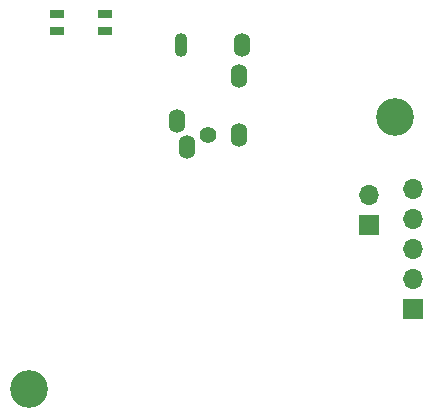
<source format=gbs>
G04 #@! TF.GenerationSoftware,KiCad,Pcbnew,8.0.1*
G04 #@! TF.CreationDate,2024-04-27T09:51:47+09:30*
G04 #@! TF.ProjectId,hawk,6861776b-2e6b-4696-9361-645f70636258,1*
G04 #@! TF.SameCoordinates,Original*
G04 #@! TF.FileFunction,Soldermask,Bot*
G04 #@! TF.FilePolarity,Negative*
%FSLAX46Y46*%
G04 Gerber Fmt 4.6, Leading zero omitted, Abs format (unit mm)*
G04 Created by KiCad (PCBNEW 8.0.1) date 2024-04-27 09:51:47*
%MOMM*%
%LPD*%
G01*
G04 APERTURE LIST*
%ADD10C,3.200000*%
%ADD11R,1.700000X1.700000*%
%ADD12O,1.700000X1.700000*%
%ADD13R,1.244600X0.660400*%
%ADD14C,1.397000*%
%ADD15O,1.371600X2.006600*%
%ADD16O,1.100000X2.000000*%
G04 APERTURE END LIST*
D10*
X133500000Y-114500000D03*
X164500000Y-91500000D03*
D11*
X162306000Y-100589000D03*
D12*
X162306000Y-98049000D03*
D13*
X135890000Y-84179001D03*
X139954000Y-84179001D03*
X135890000Y-82698999D03*
X139954000Y-82698999D03*
D11*
X165989000Y-107696000D03*
D12*
X165989000Y-105156000D03*
X165989000Y-102616000D03*
X165989000Y-100076000D03*
X165989000Y-97536000D03*
D14*
X148643300Y-92986900D03*
D15*
X151543299Y-85365251D03*
D16*
X146343299Y-85365251D03*
D15*
X151243300Y-87986900D03*
X146043300Y-91786900D03*
X146843301Y-93986901D03*
X151243300Y-92986900D03*
M02*

</source>
